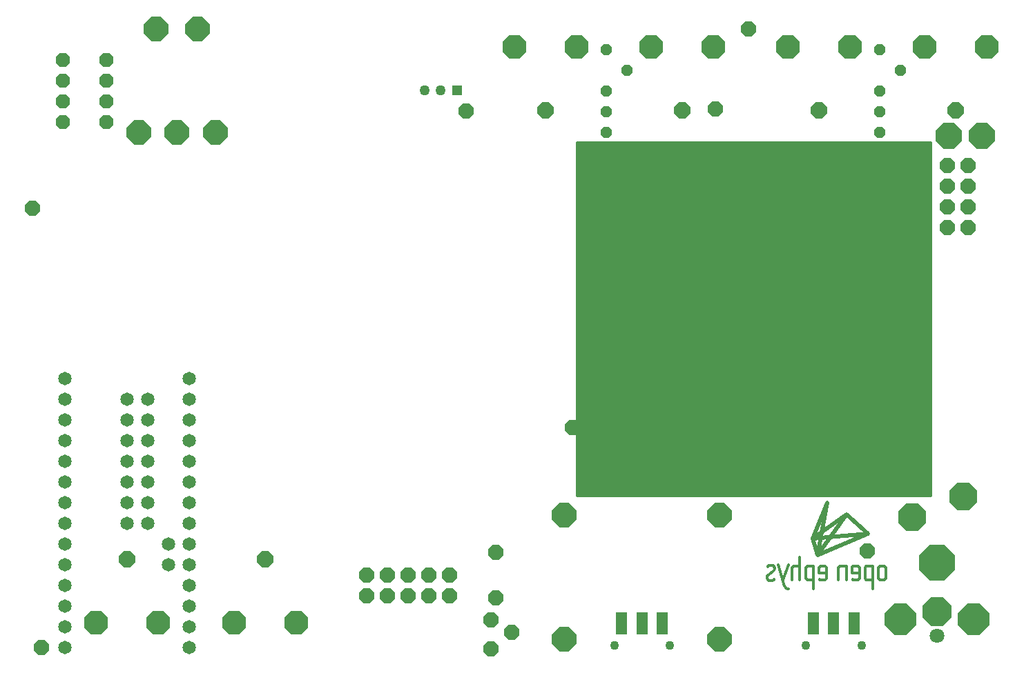
<source format=gbs>
G75*
%MOIN*%
%OFA0B0*%
%FSLAX25Y25*%
%IPPOS*%
%LPD*%
%AMOC8*
5,1,8,0,0,1.08239X$1,22.5*
%
%ADD10C,0.01000*%
%ADD11C,0.13792*%
%ADD12R,0.05524X0.10643*%
%ADD13C,0.04343*%
%ADD14OC8,0.11450*%
%ADD15OC8,0.07800*%
%ADD16OC8,0.07400*%
%ADD17OC8,0.11750*%
%ADD18OC8,0.17005*%
%ADD19OC8,0.14052*%
%ADD20C,0.07099*%
%ADD21OC8,0.15036*%
%ADD22OC8,0.06800*%
%ADD23OC8,0.05524*%
%ADD24C,0.06500*%
%ADD25C,0.02165*%
%ADD26C,0.01417*%
%ADD27C,0.04956*%
%ADD28R,0.04956X0.04956*%
%ADD29OC8,0.12611*%
%ADD30OC8,0.07296*%
%ADD31OC8,0.13461*%
D10*
X0343933Y0139450D02*
X0343933Y0310450D01*
X0514933Y0310450D01*
X0514933Y0139450D01*
X0343933Y0139450D01*
X0343933Y0139831D02*
X0514933Y0139831D01*
X0514933Y0140829D02*
X0343933Y0140829D01*
X0343933Y0141828D02*
X0514933Y0141828D01*
X0514933Y0142826D02*
X0343933Y0142826D01*
X0343933Y0143825D02*
X0514933Y0143825D01*
X0514933Y0144823D02*
X0343933Y0144823D01*
X0343933Y0145822D02*
X0514933Y0145822D01*
X0514933Y0146820D02*
X0343933Y0146820D01*
X0343933Y0147819D02*
X0514933Y0147819D01*
X0514933Y0148818D02*
X0343933Y0148818D01*
X0343933Y0149816D02*
X0514933Y0149816D01*
X0514933Y0150815D02*
X0343933Y0150815D01*
X0343933Y0151813D02*
X0514933Y0151813D01*
X0514933Y0152812D02*
X0343933Y0152812D01*
X0343933Y0153810D02*
X0514933Y0153810D01*
X0514933Y0154809D02*
X0343933Y0154809D01*
X0343933Y0155807D02*
X0514933Y0155807D01*
X0514933Y0156806D02*
X0343933Y0156806D01*
X0343933Y0157804D02*
X0514933Y0157804D01*
X0514933Y0158803D02*
X0343933Y0158803D01*
X0343933Y0159801D02*
X0514933Y0159801D01*
X0514933Y0160800D02*
X0343933Y0160800D01*
X0343933Y0161798D02*
X0514933Y0161798D01*
X0514933Y0162797D02*
X0343933Y0162797D01*
X0343933Y0163795D02*
X0514933Y0163795D01*
X0514933Y0164794D02*
X0343933Y0164794D01*
X0343933Y0165792D02*
X0514933Y0165792D01*
X0514933Y0166791D02*
X0343933Y0166791D01*
X0343933Y0167789D02*
X0514933Y0167789D01*
X0514933Y0168788D02*
X0343933Y0168788D01*
X0343933Y0169786D02*
X0514933Y0169786D01*
X0514933Y0170785D02*
X0343933Y0170785D01*
X0343933Y0171783D02*
X0514933Y0171783D01*
X0514933Y0172782D02*
X0343933Y0172782D01*
X0343933Y0173780D02*
X0514933Y0173780D01*
X0514933Y0174779D02*
X0343933Y0174779D01*
X0343933Y0175777D02*
X0514933Y0175777D01*
X0514933Y0176776D02*
X0343933Y0176776D01*
X0343933Y0177774D02*
X0514933Y0177774D01*
X0514933Y0178773D02*
X0343933Y0178773D01*
X0343933Y0179771D02*
X0514933Y0179771D01*
X0514933Y0180770D02*
X0343933Y0180770D01*
X0343933Y0181768D02*
X0514933Y0181768D01*
X0514933Y0182767D02*
X0343933Y0182767D01*
X0343933Y0183765D02*
X0514933Y0183765D01*
X0514933Y0184764D02*
X0343933Y0184764D01*
X0343933Y0185762D02*
X0514933Y0185762D01*
X0514933Y0186761D02*
X0343933Y0186761D01*
X0343933Y0187759D02*
X0514933Y0187759D01*
X0514933Y0188758D02*
X0343933Y0188758D01*
X0343933Y0189756D02*
X0514933Y0189756D01*
X0514933Y0190755D02*
X0343933Y0190755D01*
X0343933Y0191753D02*
X0514933Y0191753D01*
X0514933Y0192752D02*
X0343933Y0192752D01*
X0343933Y0193751D02*
X0514933Y0193751D01*
X0514933Y0194749D02*
X0343933Y0194749D01*
X0343933Y0195748D02*
X0514933Y0195748D01*
X0514933Y0196746D02*
X0343933Y0196746D01*
X0343933Y0197745D02*
X0514933Y0197745D01*
X0514933Y0198743D02*
X0343933Y0198743D01*
X0343933Y0199742D02*
X0514933Y0199742D01*
X0514933Y0200740D02*
X0343933Y0200740D01*
X0343933Y0201739D02*
X0514933Y0201739D01*
X0514933Y0202737D02*
X0343933Y0202737D01*
X0343933Y0203736D02*
X0514933Y0203736D01*
X0514933Y0204734D02*
X0343933Y0204734D01*
X0343933Y0205733D02*
X0514933Y0205733D01*
X0514933Y0206731D02*
X0343933Y0206731D01*
X0343933Y0207730D02*
X0514933Y0207730D01*
X0514933Y0208728D02*
X0343933Y0208728D01*
X0343933Y0209727D02*
X0514933Y0209727D01*
X0514933Y0210725D02*
X0343933Y0210725D01*
X0343933Y0211724D02*
X0514933Y0211724D01*
X0514933Y0212722D02*
X0343933Y0212722D01*
X0343933Y0213721D02*
X0514933Y0213721D01*
X0514933Y0214719D02*
X0343933Y0214719D01*
X0343933Y0215718D02*
X0514933Y0215718D01*
X0514933Y0216716D02*
X0343933Y0216716D01*
X0343933Y0217715D02*
X0514933Y0217715D01*
X0514933Y0218713D02*
X0343933Y0218713D01*
X0343933Y0219712D02*
X0514933Y0219712D01*
X0514933Y0220710D02*
X0343933Y0220710D01*
X0343933Y0221709D02*
X0514933Y0221709D01*
X0514933Y0222707D02*
X0343933Y0222707D01*
X0343933Y0223706D02*
X0514933Y0223706D01*
X0514933Y0224704D02*
X0343933Y0224704D01*
X0343933Y0225703D02*
X0514933Y0225703D01*
X0514933Y0226701D02*
X0343933Y0226701D01*
X0343933Y0227700D02*
X0514933Y0227700D01*
X0514933Y0228698D02*
X0343933Y0228698D01*
X0343933Y0229697D02*
X0514933Y0229697D01*
X0514933Y0230695D02*
X0343933Y0230695D01*
X0343933Y0231694D02*
X0514933Y0231694D01*
X0514933Y0232692D02*
X0343933Y0232692D01*
X0343933Y0233691D02*
X0514933Y0233691D01*
X0514933Y0234689D02*
X0343933Y0234689D01*
X0343933Y0235688D02*
X0514933Y0235688D01*
X0514933Y0236687D02*
X0343933Y0236687D01*
X0343933Y0237685D02*
X0514933Y0237685D01*
X0514933Y0238684D02*
X0343933Y0238684D01*
X0343933Y0239682D02*
X0514933Y0239682D01*
X0514933Y0240681D02*
X0343933Y0240681D01*
X0343933Y0241679D02*
X0514933Y0241679D01*
X0514933Y0242678D02*
X0343933Y0242678D01*
X0343933Y0243676D02*
X0514933Y0243676D01*
X0514933Y0244675D02*
X0343933Y0244675D01*
X0343933Y0245673D02*
X0514933Y0245673D01*
X0514933Y0246672D02*
X0343933Y0246672D01*
X0343933Y0247670D02*
X0514933Y0247670D01*
X0514933Y0248669D02*
X0343933Y0248669D01*
X0343933Y0249667D02*
X0514933Y0249667D01*
X0514933Y0250666D02*
X0343933Y0250666D01*
X0343933Y0251664D02*
X0514933Y0251664D01*
X0514933Y0252663D02*
X0343933Y0252663D01*
X0343933Y0253661D02*
X0514933Y0253661D01*
X0514933Y0254660D02*
X0343933Y0254660D01*
X0343933Y0255658D02*
X0514933Y0255658D01*
X0514933Y0256657D02*
X0343933Y0256657D01*
X0343933Y0257655D02*
X0514933Y0257655D01*
X0514933Y0258654D02*
X0343933Y0258654D01*
X0343933Y0259652D02*
X0514933Y0259652D01*
X0514933Y0260651D02*
X0343933Y0260651D01*
X0343933Y0261649D02*
X0514933Y0261649D01*
X0514933Y0262648D02*
X0343933Y0262648D01*
X0343933Y0263646D02*
X0514933Y0263646D01*
X0514933Y0264645D02*
X0343933Y0264645D01*
X0343933Y0265643D02*
X0514933Y0265643D01*
X0514933Y0266642D02*
X0343933Y0266642D01*
X0343933Y0267640D02*
X0514933Y0267640D01*
X0514933Y0268639D02*
X0343933Y0268639D01*
X0343933Y0269637D02*
X0514933Y0269637D01*
X0514933Y0270636D02*
X0343933Y0270636D01*
X0343933Y0271634D02*
X0514933Y0271634D01*
X0514933Y0272633D02*
X0343933Y0272633D01*
X0343933Y0273631D02*
X0514933Y0273631D01*
X0514933Y0274630D02*
X0343933Y0274630D01*
X0343933Y0275628D02*
X0514933Y0275628D01*
X0514933Y0276627D02*
X0343933Y0276627D01*
X0343933Y0277625D02*
X0514933Y0277625D01*
X0514933Y0278624D02*
X0343933Y0278624D01*
X0343933Y0279622D02*
X0514933Y0279622D01*
X0514933Y0280621D02*
X0343933Y0280621D01*
X0343933Y0281620D02*
X0514933Y0281620D01*
X0514933Y0282618D02*
X0343933Y0282618D01*
X0343933Y0283617D02*
X0514933Y0283617D01*
X0514933Y0284615D02*
X0343933Y0284615D01*
X0343933Y0285614D02*
X0514933Y0285614D01*
X0514933Y0286612D02*
X0343933Y0286612D01*
X0343933Y0287611D02*
X0514933Y0287611D01*
X0514933Y0288609D02*
X0343933Y0288609D01*
X0343933Y0289608D02*
X0514933Y0289608D01*
X0514933Y0290606D02*
X0343933Y0290606D01*
X0343933Y0291605D02*
X0514933Y0291605D01*
X0514933Y0292603D02*
X0343933Y0292603D01*
X0343933Y0293602D02*
X0514933Y0293602D01*
X0514933Y0294600D02*
X0343933Y0294600D01*
X0343933Y0295599D02*
X0514933Y0295599D01*
X0514933Y0296597D02*
X0343933Y0296597D01*
X0343933Y0297596D02*
X0514933Y0297596D01*
X0514933Y0298594D02*
X0343933Y0298594D01*
X0343933Y0299593D02*
X0514933Y0299593D01*
X0514933Y0300591D02*
X0343933Y0300591D01*
X0343933Y0301590D02*
X0514933Y0301590D01*
X0514933Y0302588D02*
X0343933Y0302588D01*
X0343933Y0303587D02*
X0514933Y0303587D01*
X0514933Y0304585D02*
X0343933Y0304585D01*
X0343933Y0305584D02*
X0514933Y0305584D01*
X0514933Y0306582D02*
X0343933Y0306582D01*
X0343933Y0307581D02*
X0514933Y0307581D01*
X0514933Y0308579D02*
X0343933Y0308579D01*
X0343933Y0309578D02*
X0514933Y0309578D01*
D11*
X0392933Y0298950D03*
X0496933Y0168450D03*
X0355433Y0156450D03*
D12*
X0365591Y0077777D03*
X0375433Y0077777D03*
X0385276Y0077777D03*
X0458091Y0077777D03*
X0467933Y0077777D03*
X0477776Y0077777D03*
D13*
X0481319Y0066950D03*
X0454547Y0066950D03*
X0388819Y0066950D03*
X0362047Y0066950D03*
D14*
X0208433Y0078050D03*
X0178433Y0078050D03*
X0141933Y0078050D03*
X0111933Y0078050D03*
X0313933Y0356350D03*
X0343933Y0356350D03*
X0379933Y0356350D03*
X0409933Y0356350D03*
X0445933Y0356350D03*
X0475933Y0356350D03*
X0511933Y0356350D03*
X0541933Y0356350D03*
D15*
X0526933Y0325650D03*
X0460933Y0325650D03*
X0394933Y0325650D03*
X0328933Y0325650D03*
X0193433Y0108750D03*
X0126933Y0108750D03*
D16*
X0242433Y0100950D03*
X0242433Y0090950D03*
X0252433Y0090950D03*
X0262433Y0090950D03*
X0262433Y0100950D03*
X0252433Y0100950D03*
X0272433Y0100950D03*
X0272433Y0090950D03*
X0282433Y0090950D03*
X0282433Y0100950D03*
X0522823Y0269178D03*
X0532823Y0269178D03*
X0532823Y0279178D03*
X0522823Y0279178D03*
X0522823Y0289178D03*
X0532823Y0289178D03*
X0532823Y0299178D03*
X0522823Y0299178D03*
D17*
X0412933Y0129950D03*
X0412933Y0069950D03*
X0337933Y0069950D03*
X0337933Y0129950D03*
X0169359Y0314950D03*
X0150859Y0314950D03*
X0132359Y0314950D03*
X0140859Y0364950D03*
X0160859Y0364950D03*
D18*
X0517697Y0107194D03*
D19*
X0517697Y0083572D03*
D20*
X0517697Y0071761D03*
D21*
X0535413Y0079650D03*
X0499980Y0079650D03*
D22*
X0116933Y0319950D03*
X0116933Y0329950D03*
X0116933Y0339950D03*
X0116933Y0349950D03*
X0095933Y0349950D03*
X0095933Y0339950D03*
X0095933Y0329950D03*
X0095933Y0319950D03*
D23*
X0358033Y0314950D03*
X0358033Y0324950D03*
X0358033Y0334950D03*
X0368033Y0344950D03*
X0358033Y0354950D03*
X0490033Y0354950D03*
X0500033Y0344950D03*
X0490033Y0334950D03*
X0490033Y0324950D03*
X0490033Y0314950D03*
D24*
X0156933Y0195950D03*
X0156933Y0185950D03*
X0156933Y0175950D03*
X0156933Y0165950D03*
X0156933Y0155950D03*
X0156933Y0145950D03*
X0156933Y0135950D03*
X0156933Y0125950D03*
X0156933Y0115950D03*
X0146933Y0115950D03*
X0146933Y0105950D03*
X0156933Y0105950D03*
X0156933Y0095950D03*
X0156933Y0085950D03*
X0156933Y0075950D03*
X0156933Y0065950D03*
X0096933Y0065950D03*
X0096933Y0075950D03*
X0096933Y0085950D03*
X0096933Y0095950D03*
X0096933Y0105950D03*
X0096933Y0115950D03*
X0096933Y0125950D03*
X0096933Y0135950D03*
X0096933Y0145950D03*
X0096933Y0155950D03*
X0096933Y0165950D03*
X0096933Y0175950D03*
X0096933Y0185950D03*
X0096933Y0195950D03*
X0126933Y0185950D03*
X0136933Y0185950D03*
X0136933Y0175950D03*
X0126933Y0175950D03*
X0126933Y0165950D03*
X0136933Y0165950D03*
X0136933Y0155950D03*
X0126933Y0155950D03*
X0126933Y0145950D03*
X0136933Y0145950D03*
X0136933Y0135950D03*
X0126933Y0135950D03*
X0126933Y0125950D03*
X0136933Y0125950D03*
D25*
X0457760Y0118611D02*
X0474295Y0130422D01*
X0460122Y0110737D01*
X0464846Y0135934D01*
X0457760Y0118611D01*
X0460122Y0110737D01*
X0484531Y0120974D01*
X0474295Y0130422D01*
X0484531Y0120974D02*
X0457760Y0118611D01*
D26*
X0451618Y0109871D02*
X0451618Y0098690D01*
X0454453Y0100029D02*
X0454453Y0104123D01*
X0454455Y0104197D01*
X0454461Y0104271D01*
X0454470Y0104345D01*
X0454484Y0104418D01*
X0454501Y0104490D01*
X0454522Y0104561D01*
X0454547Y0104631D01*
X0454576Y0104699D01*
X0454607Y0104766D01*
X0454643Y0104832D01*
X0454682Y0104895D01*
X0454724Y0104956D01*
X0454769Y0105015D01*
X0454817Y0105071D01*
X0454868Y0105125D01*
X0454922Y0105176D01*
X0454978Y0105224D01*
X0455037Y0105269D01*
X0455098Y0105311D01*
X0455162Y0105350D01*
X0455227Y0105386D01*
X0455294Y0105417D01*
X0455362Y0105446D01*
X0455432Y0105471D01*
X0455503Y0105492D01*
X0455575Y0105509D01*
X0455648Y0105523D01*
X0455722Y0105532D01*
X0455796Y0105538D01*
X0455870Y0105540D01*
X0455870Y0105541D02*
X0458232Y0105541D01*
X0458232Y0098611D01*
X0455870Y0098611D01*
X0455870Y0098612D02*
X0455796Y0098614D01*
X0455722Y0098620D01*
X0455648Y0098629D01*
X0455575Y0098643D01*
X0455503Y0098660D01*
X0455432Y0098681D01*
X0455362Y0098706D01*
X0455294Y0098735D01*
X0455227Y0098766D01*
X0455162Y0098802D01*
X0455098Y0098841D01*
X0455037Y0098883D01*
X0454978Y0098928D01*
X0454922Y0098976D01*
X0454868Y0099027D01*
X0454817Y0099081D01*
X0454769Y0099137D01*
X0454724Y0099196D01*
X0454682Y0099257D01*
X0454643Y0099321D01*
X0454607Y0099386D01*
X0454576Y0099453D01*
X0454547Y0099521D01*
X0454522Y0099591D01*
X0454501Y0099662D01*
X0454484Y0099734D01*
X0454470Y0099807D01*
X0454461Y0099881D01*
X0454455Y0099955D01*
X0454453Y0100029D01*
X0458232Y0098533D02*
X0458232Y0094438D01*
X0461697Y0098611D02*
X0463114Y0098611D01*
X0463114Y0098612D02*
X0463188Y0098614D01*
X0463262Y0098620D01*
X0463336Y0098629D01*
X0463409Y0098643D01*
X0463481Y0098660D01*
X0463552Y0098681D01*
X0463622Y0098706D01*
X0463690Y0098735D01*
X0463757Y0098766D01*
X0463823Y0098802D01*
X0463886Y0098841D01*
X0463947Y0098883D01*
X0464006Y0098928D01*
X0464062Y0098976D01*
X0464116Y0099027D01*
X0464167Y0099081D01*
X0464215Y0099137D01*
X0464260Y0099196D01*
X0464302Y0099257D01*
X0464341Y0099321D01*
X0464377Y0099386D01*
X0464408Y0099453D01*
X0464437Y0099521D01*
X0464462Y0099591D01*
X0464483Y0099662D01*
X0464500Y0099734D01*
X0464514Y0099807D01*
X0464523Y0099881D01*
X0464529Y0099955D01*
X0464531Y0100029D01*
X0464531Y0104123D01*
X0464529Y0104197D01*
X0464523Y0104271D01*
X0464514Y0104345D01*
X0464500Y0104418D01*
X0464483Y0104490D01*
X0464462Y0104561D01*
X0464437Y0104631D01*
X0464408Y0104699D01*
X0464377Y0104766D01*
X0464341Y0104832D01*
X0464302Y0104895D01*
X0464260Y0104956D01*
X0464215Y0105015D01*
X0464167Y0105071D01*
X0464116Y0105125D01*
X0464062Y0105176D01*
X0464006Y0105224D01*
X0463947Y0105269D01*
X0463886Y0105311D01*
X0463823Y0105350D01*
X0463757Y0105386D01*
X0463690Y0105417D01*
X0463622Y0105446D01*
X0463552Y0105471D01*
X0463481Y0105492D01*
X0463409Y0105509D01*
X0463336Y0105523D01*
X0463262Y0105532D01*
X0463188Y0105538D01*
X0463114Y0105540D01*
X0463114Y0105541D02*
X0462169Y0105541D01*
X0462169Y0105540D02*
X0462095Y0105538D01*
X0462021Y0105532D01*
X0461947Y0105523D01*
X0461874Y0105509D01*
X0461802Y0105492D01*
X0461731Y0105471D01*
X0461661Y0105446D01*
X0461593Y0105417D01*
X0461526Y0105386D01*
X0461461Y0105350D01*
X0461397Y0105311D01*
X0461336Y0105269D01*
X0461277Y0105224D01*
X0461221Y0105176D01*
X0461167Y0105125D01*
X0461116Y0105071D01*
X0461068Y0105015D01*
X0461023Y0104956D01*
X0460981Y0104895D01*
X0460942Y0104832D01*
X0460906Y0104766D01*
X0460875Y0104699D01*
X0460846Y0104631D01*
X0460821Y0104561D01*
X0460800Y0104490D01*
X0460783Y0104418D01*
X0460769Y0104345D01*
X0460760Y0104271D01*
X0460754Y0104197D01*
X0460752Y0104123D01*
X0460752Y0103966D02*
X0460752Y0102076D01*
X0464059Y0102076D01*
X0461146Y0099163D02*
X0461148Y0099117D01*
X0461154Y0099072D01*
X0461163Y0099028D01*
X0461176Y0098984D01*
X0461192Y0098942D01*
X0461212Y0098901D01*
X0461236Y0098862D01*
X0461262Y0098825D01*
X0461292Y0098790D01*
X0461324Y0098758D01*
X0461359Y0098728D01*
X0461396Y0098702D01*
X0461435Y0098678D01*
X0461476Y0098658D01*
X0461518Y0098642D01*
X0461562Y0098629D01*
X0461606Y0098620D01*
X0461651Y0098614D01*
X0461697Y0098612D01*
X0470201Y0098611D02*
X0470201Y0104123D01*
X0470203Y0104197D01*
X0470209Y0104271D01*
X0470218Y0104345D01*
X0470232Y0104418D01*
X0470249Y0104490D01*
X0470270Y0104561D01*
X0470295Y0104631D01*
X0470324Y0104699D01*
X0470355Y0104766D01*
X0470391Y0104832D01*
X0470430Y0104895D01*
X0470472Y0104956D01*
X0470517Y0105015D01*
X0470565Y0105071D01*
X0470616Y0105125D01*
X0470670Y0105176D01*
X0470726Y0105224D01*
X0470785Y0105269D01*
X0470846Y0105311D01*
X0470910Y0105350D01*
X0470975Y0105386D01*
X0471042Y0105417D01*
X0471110Y0105446D01*
X0471180Y0105471D01*
X0471251Y0105492D01*
X0471323Y0105509D01*
X0471396Y0105523D01*
X0471470Y0105532D01*
X0471544Y0105538D01*
X0471618Y0105540D01*
X0471618Y0105541D02*
X0473980Y0105541D01*
X0473980Y0098611D01*
X0477602Y0098611D02*
X0479020Y0098611D01*
X0479020Y0098612D02*
X0479094Y0098614D01*
X0479168Y0098620D01*
X0479242Y0098629D01*
X0479315Y0098643D01*
X0479387Y0098660D01*
X0479458Y0098681D01*
X0479528Y0098706D01*
X0479596Y0098735D01*
X0479663Y0098766D01*
X0479729Y0098802D01*
X0479792Y0098841D01*
X0479853Y0098883D01*
X0479912Y0098928D01*
X0479968Y0098976D01*
X0480022Y0099027D01*
X0480073Y0099081D01*
X0480121Y0099137D01*
X0480166Y0099196D01*
X0480208Y0099257D01*
X0480247Y0099321D01*
X0480283Y0099386D01*
X0480314Y0099453D01*
X0480343Y0099521D01*
X0480368Y0099591D01*
X0480389Y0099662D01*
X0480406Y0099734D01*
X0480420Y0099807D01*
X0480429Y0099881D01*
X0480435Y0099955D01*
X0480437Y0100029D01*
X0480437Y0104123D01*
X0480435Y0104197D01*
X0480429Y0104271D01*
X0480420Y0104345D01*
X0480406Y0104418D01*
X0480389Y0104490D01*
X0480368Y0104561D01*
X0480343Y0104631D01*
X0480314Y0104699D01*
X0480283Y0104766D01*
X0480247Y0104832D01*
X0480208Y0104895D01*
X0480166Y0104956D01*
X0480121Y0105015D01*
X0480073Y0105071D01*
X0480022Y0105125D01*
X0479968Y0105176D01*
X0479912Y0105224D01*
X0479853Y0105269D01*
X0479792Y0105311D01*
X0479729Y0105350D01*
X0479663Y0105386D01*
X0479596Y0105417D01*
X0479528Y0105446D01*
X0479458Y0105471D01*
X0479387Y0105492D01*
X0479315Y0105509D01*
X0479242Y0105523D01*
X0479168Y0105532D01*
X0479094Y0105538D01*
X0479020Y0105540D01*
X0479020Y0105541D02*
X0478075Y0105541D01*
X0478075Y0105540D02*
X0478001Y0105538D01*
X0477927Y0105532D01*
X0477853Y0105523D01*
X0477780Y0105509D01*
X0477708Y0105492D01*
X0477637Y0105471D01*
X0477567Y0105446D01*
X0477499Y0105417D01*
X0477432Y0105386D01*
X0477367Y0105350D01*
X0477303Y0105311D01*
X0477242Y0105269D01*
X0477183Y0105224D01*
X0477127Y0105176D01*
X0477073Y0105125D01*
X0477022Y0105071D01*
X0476974Y0105015D01*
X0476929Y0104956D01*
X0476887Y0104895D01*
X0476848Y0104832D01*
X0476812Y0104766D01*
X0476781Y0104699D01*
X0476752Y0104631D01*
X0476727Y0104561D01*
X0476706Y0104490D01*
X0476689Y0104418D01*
X0476675Y0104345D01*
X0476666Y0104271D01*
X0476660Y0104197D01*
X0476658Y0104123D01*
X0476657Y0103966D02*
X0476657Y0102076D01*
X0479965Y0102076D01*
X0483035Y0100029D02*
X0483035Y0104123D01*
X0483036Y0104123D02*
X0483038Y0104197D01*
X0483044Y0104271D01*
X0483053Y0104345D01*
X0483067Y0104418D01*
X0483084Y0104490D01*
X0483105Y0104561D01*
X0483130Y0104631D01*
X0483159Y0104699D01*
X0483190Y0104766D01*
X0483226Y0104832D01*
X0483265Y0104895D01*
X0483307Y0104956D01*
X0483352Y0105015D01*
X0483400Y0105071D01*
X0483451Y0105125D01*
X0483505Y0105176D01*
X0483561Y0105224D01*
X0483620Y0105269D01*
X0483681Y0105311D01*
X0483745Y0105350D01*
X0483810Y0105386D01*
X0483877Y0105417D01*
X0483945Y0105446D01*
X0484015Y0105471D01*
X0484086Y0105492D01*
X0484158Y0105509D01*
X0484231Y0105523D01*
X0484305Y0105532D01*
X0484379Y0105538D01*
X0484453Y0105540D01*
X0484453Y0105541D02*
X0486815Y0105541D01*
X0486815Y0098611D01*
X0484453Y0098611D01*
X0484453Y0098612D02*
X0484379Y0098614D01*
X0484305Y0098620D01*
X0484231Y0098629D01*
X0484158Y0098643D01*
X0484086Y0098660D01*
X0484015Y0098681D01*
X0483945Y0098706D01*
X0483877Y0098735D01*
X0483810Y0098766D01*
X0483745Y0098802D01*
X0483681Y0098841D01*
X0483620Y0098883D01*
X0483561Y0098928D01*
X0483505Y0098976D01*
X0483451Y0099027D01*
X0483400Y0099081D01*
X0483352Y0099137D01*
X0483307Y0099196D01*
X0483265Y0099257D01*
X0483226Y0099321D01*
X0483190Y0099386D01*
X0483159Y0099453D01*
X0483130Y0099521D01*
X0483105Y0099591D01*
X0483084Y0099662D01*
X0483067Y0099734D01*
X0483053Y0099807D01*
X0483044Y0099881D01*
X0483038Y0099955D01*
X0483036Y0100029D01*
X0486815Y0098533D02*
X0486815Y0094438D01*
X0490988Y0098611D02*
X0491736Y0098611D01*
X0491776Y0098612D02*
X0491850Y0098614D01*
X0491924Y0098620D01*
X0491998Y0098629D01*
X0492071Y0098643D01*
X0492143Y0098660D01*
X0492214Y0098681D01*
X0492284Y0098706D01*
X0492352Y0098735D01*
X0492419Y0098766D01*
X0492485Y0098802D01*
X0492548Y0098841D01*
X0492609Y0098883D01*
X0492668Y0098928D01*
X0492724Y0098976D01*
X0492778Y0099027D01*
X0492829Y0099081D01*
X0492877Y0099137D01*
X0492922Y0099196D01*
X0492964Y0099257D01*
X0493003Y0099321D01*
X0493039Y0099386D01*
X0493070Y0099453D01*
X0493099Y0099521D01*
X0493124Y0099591D01*
X0493145Y0099662D01*
X0493162Y0099734D01*
X0493176Y0099807D01*
X0493185Y0099881D01*
X0493191Y0099955D01*
X0493193Y0100029D01*
X0493193Y0104123D01*
X0493191Y0104197D01*
X0493185Y0104271D01*
X0493176Y0104345D01*
X0493162Y0104418D01*
X0493145Y0104490D01*
X0493124Y0104561D01*
X0493099Y0104631D01*
X0493070Y0104699D01*
X0493039Y0104766D01*
X0493003Y0104832D01*
X0492964Y0104895D01*
X0492922Y0104956D01*
X0492877Y0105015D01*
X0492829Y0105071D01*
X0492778Y0105125D01*
X0492724Y0105176D01*
X0492668Y0105224D01*
X0492609Y0105269D01*
X0492548Y0105311D01*
X0492485Y0105350D01*
X0492419Y0105386D01*
X0492352Y0105417D01*
X0492284Y0105446D01*
X0492214Y0105471D01*
X0492143Y0105492D01*
X0492071Y0105509D01*
X0491998Y0105523D01*
X0491924Y0105532D01*
X0491850Y0105538D01*
X0491776Y0105540D01*
X0491657Y0105541D02*
X0490870Y0105541D01*
X0490870Y0105540D02*
X0490796Y0105538D01*
X0490722Y0105532D01*
X0490648Y0105523D01*
X0490575Y0105509D01*
X0490503Y0105492D01*
X0490432Y0105471D01*
X0490362Y0105446D01*
X0490294Y0105417D01*
X0490227Y0105386D01*
X0490162Y0105350D01*
X0490098Y0105311D01*
X0490037Y0105269D01*
X0489978Y0105224D01*
X0489922Y0105176D01*
X0489868Y0105125D01*
X0489817Y0105071D01*
X0489769Y0105015D01*
X0489724Y0104956D01*
X0489682Y0104895D01*
X0489643Y0104832D01*
X0489607Y0104766D01*
X0489576Y0104699D01*
X0489547Y0104631D01*
X0489522Y0104561D01*
X0489501Y0104490D01*
X0489484Y0104418D01*
X0489470Y0104345D01*
X0489461Y0104271D01*
X0489455Y0104197D01*
X0489453Y0104123D01*
X0489453Y0100029D01*
X0489455Y0099955D01*
X0489461Y0099881D01*
X0489470Y0099807D01*
X0489484Y0099734D01*
X0489501Y0099662D01*
X0489522Y0099591D01*
X0489547Y0099521D01*
X0489576Y0099453D01*
X0489607Y0099386D01*
X0489643Y0099321D01*
X0489682Y0099257D01*
X0489724Y0099196D01*
X0489769Y0099137D01*
X0489817Y0099081D01*
X0489868Y0099027D01*
X0489922Y0098976D01*
X0489978Y0098928D01*
X0490037Y0098883D01*
X0490098Y0098841D01*
X0490162Y0098802D01*
X0490227Y0098766D01*
X0490294Y0098735D01*
X0490362Y0098706D01*
X0490432Y0098681D01*
X0490503Y0098660D01*
X0490575Y0098643D01*
X0490648Y0098629D01*
X0490722Y0098620D01*
X0490796Y0098614D01*
X0490870Y0098612D01*
X0477602Y0098612D02*
X0477556Y0098614D01*
X0477511Y0098620D01*
X0477467Y0098629D01*
X0477423Y0098642D01*
X0477381Y0098658D01*
X0477340Y0098678D01*
X0477301Y0098702D01*
X0477264Y0098728D01*
X0477229Y0098758D01*
X0477197Y0098790D01*
X0477167Y0098825D01*
X0477141Y0098862D01*
X0477117Y0098901D01*
X0477097Y0098942D01*
X0477081Y0098984D01*
X0477068Y0099028D01*
X0477059Y0099072D01*
X0477053Y0099117D01*
X0477051Y0099163D01*
X0451067Y0105541D02*
X0449256Y0105541D01*
X0449256Y0105540D02*
X0449182Y0105538D01*
X0449108Y0105532D01*
X0449034Y0105523D01*
X0448961Y0105509D01*
X0448889Y0105492D01*
X0448818Y0105471D01*
X0448748Y0105446D01*
X0448680Y0105417D01*
X0448613Y0105386D01*
X0448548Y0105350D01*
X0448484Y0105311D01*
X0448423Y0105269D01*
X0448364Y0105224D01*
X0448308Y0105176D01*
X0448254Y0105125D01*
X0448203Y0105071D01*
X0448155Y0105015D01*
X0448110Y0104956D01*
X0448068Y0104895D01*
X0448029Y0104832D01*
X0447993Y0104766D01*
X0447962Y0104699D01*
X0447933Y0104631D01*
X0447908Y0104561D01*
X0447887Y0104490D01*
X0447870Y0104418D01*
X0447856Y0104345D01*
X0447847Y0104271D01*
X0447841Y0104197D01*
X0447839Y0104123D01*
X0447760Y0098611D01*
X0443429Y0098690D02*
X0446028Y0106249D01*
X0440988Y0106249D02*
X0444295Y0095619D01*
X0444374Y0095462D02*
X0444925Y0094674D01*
X0445634Y0094517D01*
X0446028Y0094517D01*
X0439177Y0099005D02*
X0439177Y0099163D01*
X0439177Y0099005D02*
X0439020Y0098769D01*
X0438626Y0098533D01*
X0438311Y0098375D01*
X0438232Y0098375D02*
X0437287Y0098375D01*
X0437287Y0098376D02*
X0437213Y0098378D01*
X0437139Y0098384D01*
X0437065Y0098393D01*
X0436992Y0098407D01*
X0436920Y0098424D01*
X0436849Y0098445D01*
X0436779Y0098470D01*
X0436711Y0098499D01*
X0436644Y0098530D01*
X0436579Y0098566D01*
X0436515Y0098605D01*
X0436454Y0098647D01*
X0436395Y0098692D01*
X0436339Y0098740D01*
X0436285Y0098791D01*
X0436234Y0098845D01*
X0436186Y0098901D01*
X0436141Y0098960D01*
X0436099Y0099021D01*
X0436060Y0099085D01*
X0436024Y0099150D01*
X0435993Y0099217D01*
X0435964Y0099285D01*
X0435939Y0099355D01*
X0435918Y0099426D01*
X0435901Y0099498D01*
X0435887Y0099571D01*
X0435878Y0099645D01*
X0435872Y0099719D01*
X0435870Y0099793D01*
X0435870Y0099871D02*
X0435870Y0100265D01*
X0435949Y0100659D01*
X0436657Y0101367D01*
X0437917Y0102312D01*
X0437681Y0102155D02*
X0438941Y0103100D01*
X0439256Y0103572D01*
X0439335Y0103966D01*
X0439335Y0104359D01*
X0439334Y0104438D02*
X0439332Y0104512D01*
X0439326Y0104586D01*
X0439317Y0104660D01*
X0439303Y0104733D01*
X0439286Y0104805D01*
X0439265Y0104876D01*
X0439240Y0104946D01*
X0439211Y0105014D01*
X0439180Y0105081D01*
X0439144Y0105147D01*
X0439105Y0105210D01*
X0439063Y0105271D01*
X0439018Y0105330D01*
X0438970Y0105386D01*
X0438919Y0105440D01*
X0438865Y0105491D01*
X0438809Y0105539D01*
X0438750Y0105584D01*
X0438689Y0105626D01*
X0438626Y0105665D01*
X0438560Y0105701D01*
X0438493Y0105732D01*
X0438425Y0105761D01*
X0438355Y0105786D01*
X0438284Y0105807D01*
X0438212Y0105824D01*
X0438139Y0105838D01*
X0438065Y0105847D01*
X0437991Y0105853D01*
X0437917Y0105855D01*
X0437917Y0105856D02*
X0436972Y0105856D01*
X0436894Y0105856D02*
X0436579Y0105698D01*
X0436185Y0105462D01*
X0436028Y0105226D01*
X0436028Y0105068D01*
D27*
X0278232Y0335541D03*
X0270358Y0335541D03*
D28*
X0286106Y0335541D03*
D29*
X0523433Y0313450D03*
X0539433Y0313450D03*
D30*
X0085433Y0065950D03*
X0302433Y0065450D03*
X0312433Y0073450D03*
X0302433Y0079450D03*
X0304933Y0089950D03*
X0304933Y0111950D03*
X0341933Y0172450D03*
X0484051Y0112588D03*
X0410933Y0326450D03*
X0426933Y0364950D03*
X0290433Y0325450D03*
X0081189Y0278450D03*
D31*
X0505933Y0128950D03*
X0530433Y0138950D03*
M02*

</source>
